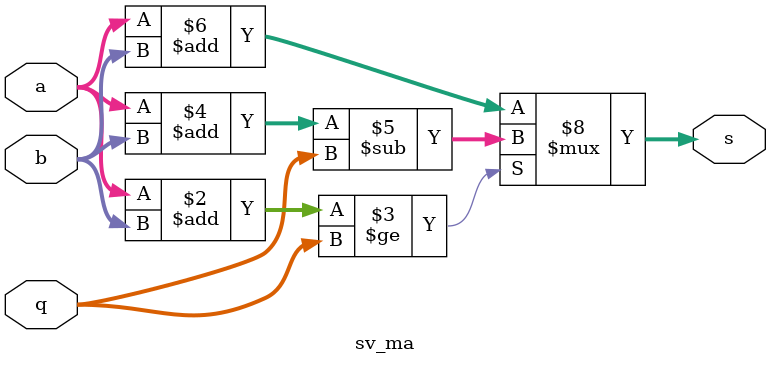
<source format=sv>

module sv_ma #(
  parameter DATA_WIDTH = 128)
(
  input  logic [DATA_WIDTH-1:0] q,

  input  logic [DATA_WIDTH-1:0] a, 
  input  logic [DATA_WIDTH-1:0] b, 

  output logic [DATA_WIDTH-1:0] s); 

  always_comb begin 
    if (a+b>=q) s = a+b-q;
    else s = a+b;
  end

endmodule

</source>
